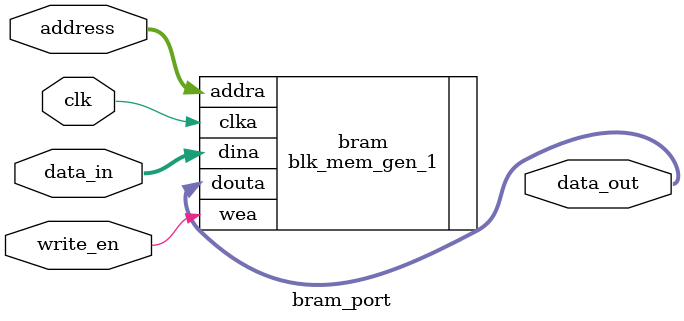
<source format=v>
`timescale 1ns / 1ps

module bram_port(
    input clk, 
    input write_en, 
    input [7:0]address, 
    input [7:0]data_in, 
    output [7:0]data_out
    );
    
    blk_mem_gen_1 bram(.clka(clk),.addra(address),.dina(data_in),.douta(data_out),.wea(write_en));
    
endmodule

</source>
